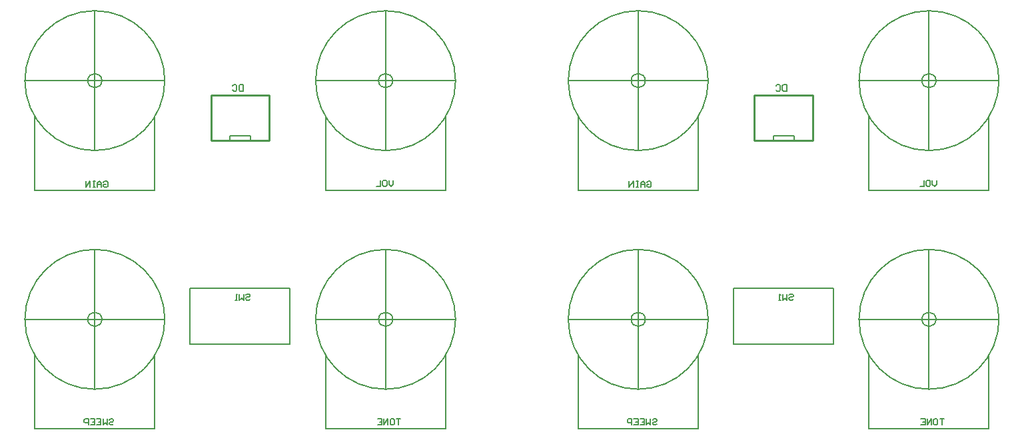
<source format=gbo>
G04*
G04 #@! TF.GenerationSoftware,Altium Limited,Altium Designer,19.1.6 (110)*
G04*
G04 Layer_Color=32896*
%FSLAX25Y25*%
%MOIN*%
G70*
G01*
G75*
%ADD32C,0.01000*%
%ADD47C,0.00600*%
%ADD49C,0.00500*%
%ADD50C,0.00787*%
%ADD51C,0.00591*%
%ADD52C,0.00591*%
D32*
X142982Y280068D02*
Y302706D01*
Y280068D02*
X172116D01*
Y302706D01*
X142982D02*
X172116D01*
X414852Y280068D02*
Y302706D01*
Y280068D02*
X443986D01*
Y302706D01*
X414852D02*
X443986D01*
D47*
X182489Y177996D02*
Y205996D01*
X132489D02*
X182489D01*
X132489Y177996D02*
Y205996D01*
Y177996D02*
X182489D01*
X454359D02*
Y205996D01*
X404359D02*
X454359D01*
X404359Y177996D02*
Y205996D01*
Y177996D02*
X454359D01*
D49*
X195289Y309933D02*
G03*
X230289Y274933I35000J0D01*
G01*
Y344933D02*
G03*
X195289Y309933I-0J-35000D01*
G01*
X230289Y344933D02*
G03*
X195289Y309933I-0J-35000D01*
G01*
Y309933D02*
G03*
X230289Y274933I35000J0D01*
G01*
D02*
G03*
X265289Y309933I0J35000D01*
G01*
Y309933D02*
G03*
X230289Y344933I-35000J0D01*
G01*
X265289Y309933D02*
G03*
X230289Y344933I-35000J0D01*
G01*
Y274933D02*
G03*
X265289Y309933I0J35000D01*
G01*
X233824D02*
G03*
X233824Y309933I-3535J0D01*
G01*
D02*
G03*
X233824Y309933I-3535J0D01*
G01*
X195289Y190433D02*
G03*
X230289Y155433I35000J0D01*
G01*
Y225433D02*
G03*
X195289Y190434I-0J-35000D01*
G01*
X230289Y225433D02*
G03*
X195289Y190434I-0J-35000D01*
G01*
Y190433D02*
G03*
X230289Y155433I35000J0D01*
G01*
D02*
G03*
X265289Y190433I0J35000D01*
G01*
Y190434D02*
G03*
X230289Y225433I-35000J0D01*
G01*
X265289Y190434D02*
G03*
X230289Y225433I-35000J0D01*
G01*
Y155433D02*
G03*
X265289Y190433I0J35000D01*
G01*
X233824D02*
G03*
X233824Y190433I-3535J0D01*
G01*
D02*
G03*
X233824Y190433I-3535J0D01*
G01*
X49814D02*
G03*
X84814Y155433I35000J0D01*
G01*
Y225433D02*
G03*
X49814Y190434I-0J-35000D01*
G01*
X84814Y225433D02*
G03*
X49814Y190434I-0J-35000D01*
G01*
Y190433D02*
G03*
X84814Y155433I35000J0D01*
G01*
D02*
G03*
X119815Y190433I0J35000D01*
G01*
Y190434D02*
G03*
X84814Y225433I-35000J0D01*
G01*
X119815Y190434D02*
G03*
X84814Y225433I-35000J0D01*
G01*
Y155433D02*
G03*
X119815Y190433I0J35000D01*
G01*
X88349D02*
G03*
X88349Y190433I-3535J0D01*
G01*
D02*
G03*
X88349Y190433I-3535J0D01*
G01*
X49814Y309959D02*
G03*
X84814Y274959I35000J0D01*
G01*
Y344959D02*
G03*
X49814Y309959I-0J-35000D01*
G01*
X84814Y344959D02*
G03*
X49814Y309959I-0J-35000D01*
G01*
Y309959D02*
G03*
X84814Y274959I35000J0D01*
G01*
D02*
G03*
X119815Y309959I0J35000D01*
G01*
Y309959D02*
G03*
X84814Y344959I-35000J0D01*
G01*
X119815Y309959D02*
G03*
X84814Y344959I-35000J0D01*
G01*
Y274959D02*
G03*
X119815Y309959I0J35000D01*
G01*
X88349D02*
G03*
X88349Y309959I-3535J0D01*
G01*
D02*
G03*
X88349Y309959I-3535J0D01*
G01*
X195289Y309933D02*
X265289D01*
X195289D02*
X265289D01*
X200289Y254996D02*
X260289D01*
X200289D02*
X260289D01*
X230289Y274933D02*
Y344933D01*
Y274933D02*
Y344933D01*
X200289Y254996D02*
Y292433D01*
Y254996D02*
Y292433D01*
X260289Y254996D02*
Y292433D01*
Y254996D02*
Y292433D01*
X195289Y190433D02*
X265289D01*
X195289D02*
X265289D01*
X200289Y135496D02*
X260289D01*
X200289D02*
X260289D01*
X230289Y155433D02*
Y225433D01*
Y155433D02*
Y225433D01*
X200289Y135496D02*
Y172933D01*
Y135496D02*
Y172933D01*
X260289Y135496D02*
Y172933D01*
Y135496D02*
Y172933D01*
X49814Y190433D02*
X119815D01*
X49814D02*
X119815D01*
X54814Y135496D02*
X114814D01*
X54814D02*
X114814D01*
X84814Y155433D02*
Y225433D01*
Y155433D02*
Y225433D01*
X54814Y135496D02*
Y172933D01*
Y135496D02*
Y172933D01*
X114814Y135496D02*
Y172933D01*
Y135496D02*
Y172933D01*
X49814Y309959D02*
X119815D01*
X49814D02*
X119815D01*
X54814Y255022D02*
X114814D01*
X54814D02*
X114814D01*
X84814Y274959D02*
Y344959D01*
Y274959D02*
Y344959D01*
X54814Y255022D02*
Y292459D01*
Y255022D02*
Y292459D01*
X114814Y255022D02*
Y292459D01*
Y255022D02*
Y292459D01*
X467159Y309933D02*
G03*
X502159Y274933I35000J0D01*
G01*
Y344933D02*
G03*
X467159Y309933I-0J-35000D01*
G01*
X502159Y344933D02*
G03*
X467159Y309933I-0J-35000D01*
G01*
Y309933D02*
G03*
X502159Y274933I35000J0D01*
G01*
D02*
G03*
X537159Y309933I0J35000D01*
G01*
Y309933D02*
G03*
X502159Y344933I-35000J0D01*
G01*
X537159Y309933D02*
G03*
X502159Y344933I-35000J0D01*
G01*
Y274933D02*
G03*
X537159Y309933I0J35000D01*
G01*
X505694D02*
G03*
X505694Y309933I-3535J0D01*
G01*
D02*
G03*
X505694Y309933I-3535J0D01*
G01*
X467159Y190433D02*
G03*
X502159Y155433I35000J0D01*
G01*
Y225433D02*
G03*
X467159Y190434I-0J-35000D01*
G01*
X502159Y225433D02*
G03*
X467159Y190434I-0J-35000D01*
G01*
Y190433D02*
G03*
X502159Y155433I35000J0D01*
G01*
D02*
G03*
X537159Y190433I0J35000D01*
G01*
Y190434D02*
G03*
X502159Y225433I-35000J0D01*
G01*
X537159Y190434D02*
G03*
X502159Y225433I-35000J0D01*
G01*
Y155433D02*
G03*
X537159Y190433I0J35000D01*
G01*
X505694D02*
G03*
X505694Y190433I-3535J0D01*
G01*
D02*
G03*
X505694Y190433I-3535J0D01*
G01*
X321685D02*
G03*
X356684Y155433I35000J0D01*
G01*
Y225433D02*
G03*
X321685Y190434I-0J-35000D01*
G01*
X356684Y225433D02*
G03*
X321685Y190434I-0J-35000D01*
G01*
Y190433D02*
G03*
X356684Y155433I35000J0D01*
G01*
D02*
G03*
X391685Y190433I0J35000D01*
G01*
Y190434D02*
G03*
X356684Y225433I-35000J0D01*
G01*
X391685Y190434D02*
G03*
X356684Y225433I-35000J0D01*
G01*
Y155433D02*
G03*
X391685Y190433I0J35000D01*
G01*
X360220D02*
G03*
X360220Y190433I-3535J0D01*
G01*
D02*
G03*
X360220Y190433I-3535J0D01*
G01*
X321685Y309959D02*
G03*
X356684Y274959I35000J0D01*
G01*
Y344959D02*
G03*
X321685Y309959I-0J-35000D01*
G01*
X356684Y344959D02*
G03*
X321685Y309959I-0J-35000D01*
G01*
Y309959D02*
G03*
X356684Y274959I35000J0D01*
G01*
D02*
G03*
X391685Y309959I0J35000D01*
G01*
Y309959D02*
G03*
X356684Y344959I-35000J0D01*
G01*
X391685Y309959D02*
G03*
X356684Y344959I-35000J0D01*
G01*
Y274959D02*
G03*
X391685Y309959I0J35000D01*
G01*
X360220D02*
G03*
X360220Y309959I-3535J0D01*
G01*
D02*
G03*
X360220Y309959I-3535J0D01*
G01*
X467159Y309933D02*
X537159D01*
X467159D02*
X537159D01*
X472159Y254996D02*
X532159D01*
X472159D02*
X532159D01*
X502159Y274933D02*
Y344933D01*
Y274933D02*
Y344933D01*
X472159Y254996D02*
Y292433D01*
Y254996D02*
Y292433D01*
X532159Y254996D02*
Y292433D01*
Y254996D02*
Y292433D01*
X467159Y190433D02*
X537159D01*
X467159D02*
X537159D01*
X472159Y135496D02*
X532159D01*
X472159D02*
X532159D01*
X502159Y155433D02*
Y225433D01*
Y155433D02*
Y225433D01*
X472159Y135496D02*
Y172933D01*
Y135496D02*
Y172933D01*
X532159Y135496D02*
Y172933D01*
Y135496D02*
Y172933D01*
X321685Y190433D02*
X391685D01*
X321685D02*
X391685D01*
X326684Y135496D02*
X386684D01*
X326684D02*
X386684D01*
X356684Y155433D02*
Y225433D01*
Y155433D02*
Y225433D01*
X326684Y135496D02*
Y172933D01*
Y135496D02*
Y172933D01*
X386684Y135496D02*
Y172933D01*
Y135496D02*
Y172933D01*
X321685Y309959D02*
X391685D01*
X321685D02*
X391685D01*
X326684Y255022D02*
X386684D01*
X326684D02*
X386684D01*
X356684Y274959D02*
Y344959D01*
Y274959D02*
Y344959D01*
X326684Y255022D02*
Y292459D01*
Y255022D02*
Y292459D01*
X386684Y255022D02*
Y292459D01*
Y255022D02*
Y292459D01*
D50*
X162667Y280295D02*
Y282263D01*
X152431D02*
X162667D01*
X152431Y280295D02*
Y282263D01*
X434537Y280295D02*
Y282263D01*
X424301D02*
X434537D01*
X424301Y280295D02*
Y282263D01*
D51*
X159005Y307853D02*
Y304705D01*
X157431D01*
X156906Y305229D01*
Y307329D01*
X157431Y307853D01*
X159005D01*
X153758Y307329D02*
X154283Y307853D01*
X155332D01*
X155857Y307329D01*
Y305229D01*
X155332Y304705D01*
X154283D01*
X153758Y305229D01*
X430876Y307853D02*
Y304705D01*
X429301D01*
X428777Y305229D01*
Y307329D01*
X429301Y307853D01*
X430876D01*
X425628Y307329D02*
X426153Y307853D01*
X427202D01*
X427727Y307329D01*
Y305229D01*
X427202Y304705D01*
X426153D01*
X425628Y305229D01*
D52*
X160317Y202620D02*
X160842Y203145D01*
X161891D01*
X162416Y202620D01*
Y202095D01*
X161891Y201570D01*
X160842D01*
X160317Y201046D01*
Y200521D01*
X160842Y199996D01*
X161891D01*
X162416Y200521D01*
X159268Y203145D02*
Y199996D01*
X158218Y201046D01*
X157169Y199996D01*
Y203145D01*
X156119Y199996D02*
X155069D01*
X155594D01*
Y203145D01*
X156119Y202620D01*
X234083Y260145D02*
Y258046D01*
X233033Y256996D01*
X231984Y258046D01*
Y260145D01*
X229360D02*
X230410D01*
X230934Y259620D01*
Y257521D01*
X230410Y256996D01*
X229360D01*
X228835Y257521D01*
Y259620D01*
X229360Y260145D01*
X227786D02*
Y256996D01*
X225687D01*
X92042Y140120D02*
X92567Y140645D01*
X93617D01*
X94142Y140120D01*
Y139595D01*
X93617Y139070D01*
X92567D01*
X92042Y138546D01*
Y138021D01*
X92567Y137496D01*
X93617D01*
X94142Y138021D01*
X90993Y140645D02*
Y137496D01*
X89943Y138546D01*
X88894Y137496D01*
Y140645D01*
X85745D02*
X87844D01*
Y137496D01*
X85745D01*
X87844Y139070D02*
X86795D01*
X82597Y140645D02*
X84696D01*
Y137496D01*
X82597D01*
X84696Y139070D02*
X83646D01*
X81547Y137496D02*
Y140645D01*
X79973D01*
X79448Y140120D01*
Y139070D01*
X79973Y138546D01*
X81547D01*
X237789Y140645D02*
X235690D01*
X236739D01*
Y137496D01*
X233066Y140645D02*
X234116D01*
X234640Y140120D01*
Y138021D01*
X234116Y137496D01*
X233066D01*
X232541Y138021D01*
Y140120D01*
X233066Y140645D01*
X231492Y137496D02*
Y140645D01*
X229393Y137496D01*
Y140645D01*
X226244D02*
X228343D01*
Y137496D01*
X226244D01*
X228343Y139070D02*
X227294D01*
X89190Y259120D02*
X89715Y259645D01*
X90764D01*
X91289Y259120D01*
Y257021D01*
X90764Y256496D01*
X89715D01*
X89190Y257021D01*
Y258070D01*
X90239D01*
X88140Y256496D02*
Y258595D01*
X87091Y259645D01*
X86041Y258595D01*
Y256496D01*
Y258070D01*
X88140D01*
X84992Y259645D02*
X83942D01*
X84467D01*
Y256496D01*
X84992D01*
X83942D01*
X82368D02*
Y259645D01*
X80269Y256496D01*
Y259645D01*
X432187Y202620D02*
X432712Y203145D01*
X433762D01*
X434286Y202620D01*
Y202095D01*
X433762Y201570D01*
X432712D01*
X432187Y201046D01*
Y200521D01*
X432712Y199996D01*
X433762D01*
X434286Y200521D01*
X431138Y203145D02*
Y199996D01*
X430088Y201046D01*
X429039Y199996D01*
Y203145D01*
X427989Y199996D02*
X426940D01*
X427464D01*
Y203145D01*
X427989Y202620D01*
X505953Y260145D02*
Y258046D01*
X504904Y256996D01*
X503854Y258046D01*
Y260145D01*
X501230D02*
X502280D01*
X502805Y259620D01*
Y257521D01*
X502280Y256996D01*
X501230D01*
X500705Y257521D01*
Y259620D01*
X501230Y260145D01*
X499656D02*
Y256996D01*
X497557D01*
X363913Y140120D02*
X364437Y140645D01*
X365487D01*
X366012Y140120D01*
Y139595D01*
X365487Y139070D01*
X364437D01*
X363913Y138546D01*
Y138021D01*
X364437Y137496D01*
X365487D01*
X366012Y138021D01*
X362863Y140645D02*
Y137496D01*
X361813Y138546D01*
X360764Y137496D01*
Y140645D01*
X357615D02*
X359715D01*
Y137496D01*
X357615D01*
X359715Y139070D02*
X358665D01*
X354467Y140645D02*
X356566D01*
Y137496D01*
X354467D01*
X356566Y139070D02*
X355516D01*
X353417Y137496D02*
Y140645D01*
X351843D01*
X351318Y140120D01*
Y139070D01*
X351843Y138546D01*
X353417D01*
X509659Y140645D02*
X507560D01*
X508609D01*
Y137496D01*
X504936Y140645D02*
X505986D01*
X506510Y140120D01*
Y138021D01*
X505986Y137496D01*
X504936D01*
X504411Y138021D01*
Y140120D01*
X504936Y140645D01*
X503362Y137496D02*
Y140645D01*
X501263Y137496D01*
Y140645D01*
X498114D02*
X500213D01*
Y137496D01*
X498114D01*
X500213Y139070D02*
X499164D01*
X361060Y259120D02*
X361585Y259645D01*
X362634D01*
X363159Y259120D01*
Y257021D01*
X362634Y256496D01*
X361585D01*
X361060Y257021D01*
Y258070D01*
X362109D01*
X360011Y256496D02*
Y258595D01*
X358961Y259645D01*
X357911Y258595D01*
Y256496D01*
Y258070D01*
X360011D01*
X356862Y259645D02*
X355812D01*
X356337D01*
Y256496D01*
X356862D01*
X355812D01*
X354238D02*
Y259645D01*
X352139Y256496D01*
Y259645D01*
M02*

</source>
